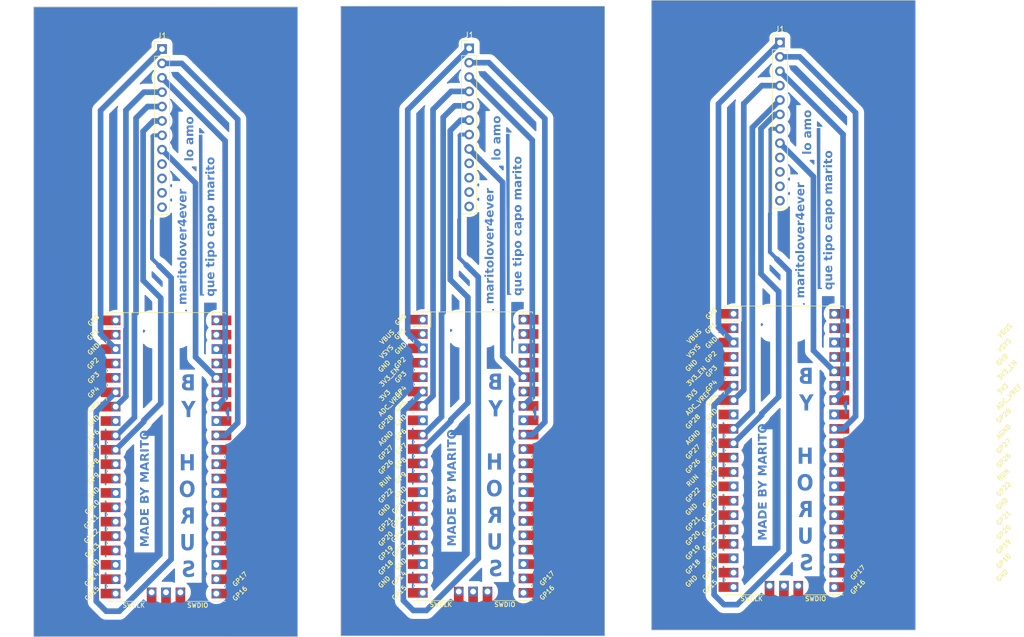
<source format=kicad_pcb>
(kicad_pcb (version 20221018) (generator pcbnew)
  (layers (0 "F.Cu" signal) (31 "B.Cu" signal) (34 "B.Paste" user) (35 "F.Paste" user) (36 "B.SilkS" user "B.Silkscreen") (37 "F.SilkS" user "F.Silkscreen") (38 "B.Mask" user) (39 "F.Mask" user) (44 "Edge.Cuts" user))
  (net 0 "")
  (net 36 "GND1")
  (net 37 "RESET1")
  (net 38 "DIO0")
  (net 39 "NSS1")
  (net 40 "SLCK1")
  (net 41 "MOSI1")
  (net 42 "MISO1")
  (net 43 "VCC1")
  (footprint "HORUSKICADhuellas:RPi_Pico_SMD_TH" (layer "F.Cu") (at 249.47 96.755)
    (fp_text reference "U1" hide)
    (fp_text value "Pico" hide)
  )
  (footprint "Connector_PinHeader_2.54mm:PinHeader_1x12_P2.54mm_Vertical" (layer "F.Cu") (at 139.631921 25.856663)
    (fp_text reference "J1")
    (fp_text value "Conn_01x12_MountingPin")
  )
  (footprint "HORUSKICADhuellas:RPi_Pico_SMD_TH" (layer "F.Cu") (at 140.331921 97.911663)
    (fp_text reference "U1" hide)
    (fp_text value "Pico" hide)
  )
  (footprint "Connector_PinHeader_2.54mm:PinHeader_1x12_P2.54mm_Vertical" (layer "F.Cu") (at 248.77 24.7)
    (fp_text reference "J1")
    (fp_text value "Conn_01x12_MountingPin")
  )
  (footprint "Connector_PinHeader_2.54mm:PinHeader_1x12_P2.54mm_Vertical" (layer "F.Cu") (at 193.881921 25.726663)
    (fp_text reference "J1")
    (fp_text value "Conn_01x12_MountingPin")
  )
  (footprint "HORUSKICADhuellas:RPi_Pico_SMD_TH" (layer "F.Cu") (at 194.581921 97.781663)
    (fp_text reference "U1" hide)
    (fp_text value "Pico" hide)
  )
  (gr_rect (start 146.391921 69.291663) (end 146.981921 69.301663) (stroke (width 0.2)) (fill none) (layer "B.Cu"))
  (gr_poly (pts (xy 146.391921 69.291663) (xy 146.686921 69.291663) (xy 146.671921 41.061663) (xy 146.231921 41.061663)) (stroke (width 0.2)) (fill solid) (layer "B.Cu"))
  (gr_poly (pts (xy 200.641921 69.161663) (xy 200.936921 69.161663) (xy 200.921921 40.931663) (xy 200.481921 40.931663)) (stroke (width 0.2)) (fill solid) (layer "B.Cu"))
  (gr_poly (pts (xy 255.53 68.135) (xy 255.825 68.135) (xy 255.81 39.905) (xy 255.37 39.905)) (stroke (width 0.2)) (fill solid) (layer "B.Cu"))
  (gr_rect (start 200.641921 69.161663) (end 201.231921 69.171663) (stroke (width 0.2)) (fill none) (layer "B.Cu"))
  (gr_rect (start 255.53 68.135) (end 256.12 68.145) (stroke (width 0.2)) (fill none) (layer "B.Cu"))
  (gr_rect (start 226.08 17.245) (end 272.72 128.495) (stroke (width 0.1)) (fill none) (layer "Edge.Cuts"))
  (gr_rect (start 116.941921 18.401663) (end 163.581921 129.651663) (stroke (width 0.1)) (fill none) (layer "Edge.Cuts"))
  (gr_rect (start 171.191921 18.271663) (end 217.831921 129.521663) (stroke (width 0.1)) (fill none) (layer "Edge.Cuts"))
  (gr_text "que tipo capo marito\n" (at 149.111921 69.591663 90) (layer "B.Cu") (effects (font (size 1.5 1.5) (thickness 0.3) bold italic) (justify left bottom)))
  (gr_text "B\nY\n\nH\nO\nR\nU\nS" (at 254.7 118.405) (layer "B.Cu") (effects (font (size 2.8 2.5) (thickness 0.3) bold) (justify left bottom mirror)))
  (gr_text "que tipo capo marito\n" (at 203.361921 69.461663 90) (layer "B.Cu") (effects (font (size 1.5 1.5) (thickness 0.3) bold italic) (justify left bottom)))
  (gr_text "maritolover4ever" (at 144.181921 71.041663 90) (layer "B.Cu") (effects (font (size 1.5 1.5) (thickness 0.3) bold) (justify left bottom)))
  (gr_text "que tipo capo marito\n" (at 258.25 68.435 90) (layer "B.Cu") (effects (font (size 1.5 1.5) (thickness 0.3) bold italic) (justify left bottom)))
  (gr_text "lo amo" (at 254.54 44.525 90) (layer "B.Cu") (effects (font (size 1.5 1.5) (thickness 0.3) bold) (justify left bottom)))
  (gr_text "MADE BY MARITO" (at 191.781921 113.701663 90) (layer "B.Cu") (effects (font (size 1.5 1.5) (thickness 0.3) bold) (justify left bottom)))
  (gr_text "maritolover4ever" (at 198.431921 70.911663 90) (layer "B.Cu") (effects (font (size 1.5 1.5) (thickness 0.3) bold) (justify left bottom)))
  (gr_text "MADE BY MARITO" (at 137.531921 113.831663 90) (layer "B.Cu") (effects (font (size 1.5 1.5) (thickness 0.3) bold) (justify left bottom)))
  (gr_text "maritolover4ever" (at 253.32 69.885 90) (layer "B.Cu") (effects (font (size 1.5 1.5) (thickness 0.3) bold) (justify left bottom)))
  (gr_text "B\nY\n\nH\nO\nR\nU\nS" (at 145.561921 119.561663) (layer "B.Cu") (effects (font (size 2.8 2.5) (thickness 0.3) bold) (justify left bottom mirror)))
  (gr_text "MADE BY MARITO" (at 246.67 112.675 90) (layer "B.Cu") (effects (font (size 1.5 1.5) (thickness 0.3) bold) (justify left bottom)))
  (gr_text "lo amo" (at 145.401921 45.681663 90) (layer "B.Cu") (effects (font (size 1.5 1.5) (thickness 0.3) bold) (justify left bottom)))
  (gr_text "lo amo" (at 199.651921 45.551663 90) (layer "B.Cu") (effects (font (size 1.5 1.5) (thickness 0.3) bold) (justify left bottom)))
  (gr_text "B\nY\n\nH\nO\nR\nU\nS" (at 199.811921 119.431663) (layer "B.Cu") (effects (font (size 2.8 2.5) (thickness 0.3) bold) (justify left bottom mirror)))
  (segment (start 185.691921 78.731663) (end 183.031921 76.071663) (width 1) (layer "B.Cu") (net 36))
  (segment (start 131.441921 78.861663) (end 128.781921 76.201663) (width 1) (layer "B.Cu") (net 36))
  (segment (start 237.92 35.55) (end 248.77 24.7) (width 1) (layer "B.Cu") (net 36))
  (segment (start 183.031921 36.576663) (end 193.881921 25.726663) (width 1) (layer "B.Cu") (net 36))
  (segment (start 237.92 75.045) (end 237.92 35.55) (width 1) (layer "B.Cu") (net 36))
  (segment (start 128.781921 76.201663) (end 128.781921 36.706663) (width 1) (layer "B.Cu") (net 36))
  (segment (start 128.781921 36.706663) (end 139.631921 25.856663) (width 1) (layer "B.Cu") (net 36))
  (segment (start 183.031921 76.071663) (end 183.031921 36.576663) (width 1) (layer "B.Cu") (net 36))
  (segment (start 240.58 77.705) (end 237.92 75.045) (width 1) (layer "B.Cu") (net 36))
  (segment (start 150.773821 94.101663) (end 149.221921 94.101663) (width 1) (layer "B.Cu") (net 37))
  (segment (start 153.001921 91.873563) (end 150.773821 94.101663) (width 1) (layer "B.Cu") (net 37))
  (segment (start 205.023821 93.971663) (end 203.471921 93.971663) (width 1) (layer "B.Cu") (net 37))
  (segment (start 207.251921 91.743563) (end 205.023821 93.971663) (width 1) (layer "B.Cu") (net 37))
  (segment (start 207.251921 38.151663) (end 207.251921 91.743563) (width 1) (layer "B.Cu") (net 37))
  (segment (start 143.116921 28.396663) (end 153.001921 38.281663) (width 1) (layer "B.Cu") (net 37))
  (segment (start 259.9119 92.945) (end 258.36 92.945) (width 1) (layer "B.Cu") (net 37))
  (segment (start 262.14 37.125) (end 262.14 90.7169) (width 1) (layer "B.Cu") (net 37))
  (segment (start 252.255 27.24) (end 262.14 37.125) (width 1) (layer "B.Cu") (net 37))
  (segment (start 153.001921 38.281663) (end 153.001921 91.873563) (width 1) (layer "B.Cu") (net 37))
  (segment (start 248.77 27.24) (end 252.255 27.24) (width 1) (layer "B.Cu") (net 37))
  (segment (start 262.14 90.7169) (end 259.9119 92.945) (width 1) (layer "B.Cu") (net 37))
  (segment (start 139.631921 28.396663) (end 143.116921 28.396663) (width 1) (layer "B.Cu") (net 37))
  (segment (start 197.366921 28.266663) (end 207.251921 38.151663) (width 1) (layer "B.Cu") (net 37))
  (segment (start 193.881921 28.266663) (end 197.366921 28.266663) (width 1) (layer "B.Cu") (net 37))
  (segment (start 139.631921 30.936663) (end 150.780721 42.085463) (width 1) (layer "B.Cu") (net 38))
  (segment (start 150.780721 87.462863) (end 149.221921 89.021663) (width 1) (layer "B.Cu") (net 38))
  (segment (start 248.77 29.78) (end 259.9188 40.9288) (width 1) (layer "B.Cu") (net 38))
  (segment (start 259.9188 40.9288) (end 259.9188 86.3062) (width 1) (layer "B.Cu") (net 38))
  (segment (start 150.780721 42.085463) (end 150.780721 87.462863) (width 1) (layer "B.Cu") (net 38))
  (segment (start 193.881921 30.806663) (end 205.030721 41.955463) (width 1) (layer "B.Cu") (net 38))
  (segment (start 259.9188 86.3062) (end 258.36 87.865) (width 1) (layer "B.Cu") (net 38))
  (segment (start 205.030721 41.955463) (end 205.030721 87.332863) (width 1) (layer "B.Cu") (net 38))
  (segment (start 205.030721 87.332863) (end 203.471921 88.891663) (width 1) (layer "B.Cu") (net 38))
  (segment (start 187.501921 87.081663) (end 185.691921 88.891663) (width 1) (layer "B.Cu") (net 39))
  (segment (start 190.686921 33.346663) (end 187.501921 36.531663) (width 1) (layer "B.Cu") (net 39))
  (segment (start 133.251921 87.211663) (end 131.441921 89.021663) (width 1) (layer "B.Cu") (net 39))
  (segment (start 193.881921 33.346663) (end 190.686921 33.346663) (width 1) (layer "B.Cu") (net 39))
  (segment (start 248.77 32.32) (end 245.575 32.32) (width 1) (layer "B.Cu") (net 39))
  (segment (start 139.631921 33.476663) (end 136.436921 33.476663) (width 1) (layer "B.Cu") (net 39))
  (segment (start 133.251921 36.661663) (end 133.251921 87.211663) (width 1) (layer "B.Cu") (net 39))
  (segment (start 242.39 86.055) (end 240.58 87.865) (width 1) (layer "B.Cu") (net 39))
  (segment (start 136.436921 33.476663) (end 133.251921 36.661663) (width 1) (layer "B.Cu") (net 39))
  (segment (start 242.39 35.505) (end 242.39 86.055) (width 1) (layer "B.Cu") (net 39))
  (segment (start 187.501921 36.531663) (end 187.501921 87.081663) (width 1) (layer "B.Cu") (net 39))
  (segment (start 245.575 32.32) (end 242.39 35.505) (width 1) (layer "B.Cu") (net 39))
  (segment (start 240.7326 92.945) (end 240.58 92.945) (width 1) (layer "B.Cu") (net 40))
  (segment (start 243.895 89.7826) (end 240.7326 92.945) (width 1) (layer "B.Cu") (net 40))
  (segment (start 243.9 39.73) (end 243.9 60.985) (width 1) (layer "B.Cu") (net 40))
  (segment (start 193.881921 35.886663) (end 191.326921 35.886663) (width 1) (layer "B.Cu") (net 40))
  (segment (start 189.291921 37.921663) (end 189.291921 72.316155) (width 1) (layer "B.Cu") (net 40))
  (segment (start 134.756921 90.939263) (end 131.594521 94.101663) (width 1) (layer "B.Cu") (net 40))
  (segment (start 189.006921 90.809263) (end 185.844521 93.971663) (width 1) (layer "B.Cu") (net 40))
  (segment (start 135.041921 72.446155) (end 134.756921 72.731155) (width 1) (layer "B.Cu") (net 40))
  (segment (start 135.041921 38.051663) (end 135.041921 72.446155) (width 1) (layer "B.Cu") (net 40))
  (segment (start 139.631921 36.016663) (end 137.076921 36.016663) (width 1) (layer "B.Cu") (net 40))
  (segment (start 131.594521 94.101663) (end 131.441921 94.101663) (width 1) (layer "B.Cu") (net 40))
  (segment (start 189.291921 72.316155) (end 189.006921 72.601155) (width 1) (layer "B.Cu") (net 40))
  (segment (start 243.9 60.985) (end 243.895 60.99) (width 1) (layer "B.Cu") (net 40))
  (segment (start 137.076921 36.016663) (end 135.041921 38.051663) (width 1) (layer "B.Cu") (net 40))
  (segment (start 185.844521 93.971663) (end 185.691921 93.971663) (width 1) (layer "B.Cu") (net 40))
  (segment (start 248.77 34.86) (end 243.9 39.73) (width 1) (layer "B.Cu") (net 40))
  (segment (start 134.756921 72.731155) (end 134.756921 90.939263) (width 1) (layer "B.Cu") (net 40))
  (segment (start 243.895 60.99) (end 243.895 89.7826) (width 1) (layer "B.Cu") (net 40))
  (segment (start 189.006921 72.601155) (end 189.006921 90.809263) (width 1) (layer "B.Cu") (net 40))
  (segment (start 191.326921 35.886663) (end 189.291921 37.921663) (width 1) (layer "B.Cu") (net 40))
  (segment (start 138.126921 38.556663) (end 136.291921 40.391663) (width 1) (layer "B.Cu") (net 41))
  (segment (start 136.291921 66.731663) (end 139.406921 69.846663) (width 1) (layer "B.Cu") (net 41))
  (segment (start 136.406921 91.446663) (end 136.406921 91.676663) (width 1) (layer "B.Cu") (net 41))
  (segment (start 245.43 39.897056) (end 245.43 65.575) (width 1) (layer "B.Cu") (net 41))
  (segment (start 139.631921 38.556663) (end 138.126921 38.556663) (width 1) (layer "B.Cu") (net 41))
  (segment (start 248.77 37.4) (end 247.927056 37.4) (width 1) (layer "B.Cu") (net 41))
  (segment (start 247.927056 37.4) (end 245.43 39.897056) (width 1) (layer "B.Cu") (net 41))
  (segment (start 192.376921 38.426663) (end 190.541921 40.261663) (width 1) (layer "B.Cu") (net 41))
  (segment (start 245.545 90.29) (end 245.545 90.52) (width 1) (layer "B.Cu") (net 41))
  (segment (start 193.656921 69.716663) (end 193.656921 88.316663) (width 1) (layer "B.Cu") (net 41))
  (segment (start 190.541921 40.261663) (end 190.541921 66.601663) (width 1) (layer "B.Cu") (net 41))
  (segment (start 245.545 90.52) (end 240.58 95.485) (width 1) (layer "B.Cu") (net 41))
  (segment (start 190.541921 66.601663) (end 193.656921 69.716663) (width 1) (layer "B.Cu") (net 41))
  (segment (start 190.656921 91.546663) (end 185.691921 96.511663) (width 1) (layer "B.Cu") (net 41))
  (segment (start 248.545 87.29) (end 245.545 90.29) (width 1) (layer "B.Cu") (net 41))
  (segment (start 248.545 68.69) (end 248.545 87.29) (width 1) (layer "B.Cu") (net 41))
  (segment (start 193.656921 88.316663) (end 190.656921 91.316663) (width 1) (layer "B.Cu") (net 41))
  (segment (start 136.406921 91.676663) (end 131.441921 96.641663) (width 1) (layer "B.Cu") (net 41))
  (segment (start 139.406921 88.446663) (end 136.406921 91.446663) (width 1) (layer "B.Cu") (net 41))
  (segment (start 193.881921 38.426663) (end 192.376921 38.426663) (width 1) (layer "B.Cu") (net 41))
  (segment (start 190.656921 91.316663) (end 190.656921 91.546663) (width 1) (layer "B.Cu") (net 41))
  (segment (start 139.406921 69.846663) (end 139.406921 88.446663) (width 1) (layer "B.Cu") (net 41))
  (segment (start 245.43 65.575) (end 248.545 68.69) (width 1) (layer "B.Cu") (net 41))
  (segment (start 136.291921 40.391663) (end 136.291921 66.731663) (width 1) (layer "B.Cu") (net 41))
  (segment (start 148.72 47.485) (end 148.72 47.61) (width 0.25) (layer "F.Cu") (net 42))
  (segment (start 148.72 47.61) (end 148.78 47.67) (width 0.25) (layer "F.Cu") (net 42))
  (segment (start 182.261921 89.781663) (end 185.691921 86.351663) (width 1) (layer "B.Cu") (net 42))
  (segment (start 195.491921 115.861663) (end 186.331921 125.021663) (width 1) (layer "B.Cu") (net 42))
  (segment (start 192.111921 62.751663) (end 193.351921 63.991663) (width 0.7) (layer "B.Cu") (net 42))
  (segment (start 247.05 40.125) (end 247.05 54.916168) (width 0.6) (layer "B.Cu") (net 42))
  (segment (start 192.111921 55.992831) (end 192.111921 62.751663) (width 0.7) (layer "B.Cu") (net 42))
  (segment (start 247.235 39.94) (end 247.05 40.125) (width 0.7) (layer "B.Cu") (net 42))
  (segment (start 237.15 88.755) (end 240.58 85.325) (width 1) (layer "B.Cu") (net 42))
  (segment (start 248.77 39.94) (end 247.235 39.94) (width 0.7) (layer "B.Cu") (net 42))
  (segment (start 137.911921 41.281663) (end 137.911921 56.072831) (width 0.6) (layer "B.Cu") (net 42))
  (segment (start 139.101921 64.121663) (end 141.241921 66.261663) (width 1) (layer "B.Cu") (net 42))
  (segment (start 238.9 123.995) (end 237.15 122.245) (width 1) (layer "B.Cu") (net 42))
  (segment (start 137.911921 56.072831) (end 137.861921 56.122831) (width 0.6) (layer "B.Cu") (net 42))
  (segment (start 247.05 54.916168) (end 247 54.966168) (width 0.6) (layer "B.Cu") (net 42))
  (segment (start 195.491921 66.131663) (end 195.491921 115.861663) (width 1) (layer "B.Cu") (net 42))
  (segment (start 139.631921 41.096663) (end 138.096921 41.096663) (width 0.7) (layer "B.Cu") (net 42))
  (segment (start 128.011921 89.911663) (end 131.441921 86.481663) (width 1) (layer "B.Cu") (net 42))
  (segment (start 182.261921 123.271663) (end 182.261921 89.781663) (width 1) (layer "B.Cu") (net 42))
  (segment (start 250.38 114.835) (end 241.22 123.995) (width 1) (layer "B.Cu") (net 42))
  (segment (start 247 54.966168) (end 247 61.725) (width 0.7) (layer "B.Cu") (net 42))
  (segment (start 184.011921 125.021663) (end 182.261921 123.271663) (width 1) (layer "B.Cu") (net 42))
  (segment (start 192.346921 40.966663) (end 192.161921 41.151663) (width 0.7) (layer "B.Cu") (net 42))
  (segment (start 137.861921 56.122831) (end 137.861921 62.881663) (width 0.7) (layer "B.Cu") (net 42))
  (segment (start 241.22 123.995) (end 238.9 123.995) (width 1) (layer "B.Cu") (net 42))
  (segment (start 193.351921 63.991663) (end 195.491921 66.131663) (width 1) (layer "B.Cu") (net 42))
  (segment (start 129.761921 125.151663) (end 128.011921 123.401663) (width 1) (layer "B.Cu") (net 42))
  (segment (start 137.861921 62.881663) (end 139.101921 64.121663) (width 0.7) (layer "B.Cu") (net 42))
  (segment (start 248.24 62.965) (end 250.38 65.105) (width 1) (layer "B.Cu") (net 42))
  (segment (start 247 61.725) (end 248.24 62.965) (width 0.7) (layer "B.Cu") (net 42))
  (segment (start 141.241921 115.991663) (end 132.081921 125.151663) (width 1) (layer "B.Cu") (net 42))
  (segment (start 192.161921 41.151663) (end 192.161921 55.942831) (width 0.6) (layer "B.Cu") (net 42))
  (segment (start 141.241921 66.261663) (end 141.241921 115.991663) (width 1) (layer "B.Cu") (net 42))
  (segment (start 186.331921 125.021663) (end 184.011921 125.021663) (width 1) (layer "B.Cu") (net 42))
  (segment (start 192.161921 55.942831) (end 192.111921 55.992831) (width 0.6) (layer "B.Cu") (net 42))
  (segment (start 138.096921 41.096663) (end 137.911921 41.281663) (width 0.7) (layer "B.Cu") (net 42))
  (segment (start 237.15 122.245) (end 237.15 88.755) (width 1) (layer "B.Cu") (net 42))
  (segment (start 128.011921 123.401663) (end 128.011921 89.911663) (width 1) (layer "B.Cu") (net 42))
  (segment (start 250.38 65.105) (end 250.38 114.835) (width 1) (layer "B.Cu") (net 42))
  (segment (start 193.881921 40.966663) (end 192.346921 40.966663) (width 0.7) (layer "B.Cu") (net 42))
  (segment (start 132.081921 125.151663) (end 129.761921 125.151663) (width 1) (layer "B.Cu") (net 42))
  (segment (start 145.555821 80.275563) (end 149.221921 83.941663) (width 1) (layer "B.Cu") (net 43))
  (segment (start 139.631921 43.636663) (end 145.555821 49.560563) (width 1) (layer "B.Cu") (net 43))
  (segment (start 199.805821 80.145563) (end 203.471921 83.811663) (width 1) (layer "B.Cu") (net 43))
  (segment (start 254.6939 48.4039) (end 254.6939 79.1189) (width 1) (layer "B.Cu") (net 43))
  (segment (start 145.555821 49.560563) (end 145.555821 80.275563) (width 1) (layer "B.Cu") (net 43))
  (segment (start 199.805821 49.430563) (end 199.805821 80.145563) (width 1) (layer "B.Cu") (net 43))
  (segment (start 193.881921 43.506663) (end 199.805821 49.430563) (width 1) (layer "B.Cu") (net 43))
  (segment (start 248.77 42.48) (end 254.6939 48.4039) (width 1) (layer "B.Cu") (net 43))
  (segment (start 254.6939 79.1189) (end 258.36 82.785) (width 1) (layer "B.Cu") (net 43))
  (zone (net 0) (net_name "") (layer "B.Cu") (connect_pads (clearance 1)) (min_thickness 0.25) (fill yes (thermal_gap 1) (thermal_bridge_width 1) (island_removal_mode 1) (island_area_min 10))
    (polygon (pts (xy 272.73 17.245) (xy 226.09 17.255) (xy 226.08 128.485) (xy 272.72 128.495)))
  )
  (zone (net 0) (net_name "") (layer "B.Cu") (connect_pads (clearance 1)) (min_thickness 0.25) (fill yes (thermal_gap 1) (thermal_bridge_width 1) (island_removal_mode 1) (island_area_min 10))
    (polygon (pts (xy 217.841921 18.271663) (xy 171.201921 18.281663) (xy 171.191921 129.511663) (xy 217.831921 129.521663)))
  )
  (zone (net 0) (net_name "") (layer "B.Cu") (connect_pads (clearance 1)) (min_thickness 0.25) (fill yes (thermal_gap 1) (thermal_bridge_width 1) (island_removal_mode 1) (island_area_min 10))
    (polygon (pts (xy 163.591921 18.401663) (xy 116.951921 18.411663) (xy 116.941921 129.641663) (xy 163.581921 129.651663)))
  )
)
</source>
